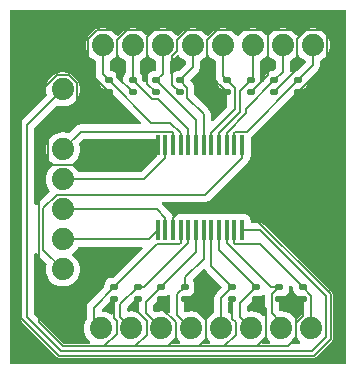
<source format=gbr>
%TF.GenerationSoftware,KiCad,Pcbnew,8.0.1*%
%TF.CreationDate,2024-07-31T22:53:36-04:00*%
%TF.ProjectId,Sensor_manager_V1_glove,53656e73-6f72-45f6-9d61-6e616765725f,rev?*%
%TF.SameCoordinates,Original*%
%TF.FileFunction,Copper,L1,Top*%
%TF.FilePolarity,Positive*%
%FSLAX46Y46*%
G04 Gerber Fmt 4.6, Leading zero omitted, Abs format (unit mm)*
G04 Created by KiCad (PCBNEW 8.0.1) date 2024-07-31 22:53:36*
%MOMM*%
%LPD*%
G01*
G04 APERTURE LIST*
G04 Aperture macros list*
%AMRoundRect*
0 Rectangle with rounded corners*
0 $1 Rounding radius*
0 $2 $3 $4 $5 $6 $7 $8 $9 X,Y pos of 4 corners*
0 Add a 4 corners polygon primitive as box body*
4,1,4,$2,$3,$4,$5,$6,$7,$8,$9,$2,$3,0*
0 Add four circle primitives for the rounded corners*
1,1,$1+$1,$2,$3*
1,1,$1+$1,$4,$5*
1,1,$1+$1,$6,$7*
1,1,$1+$1,$8,$9*
0 Add four rect primitives between the rounded corners*
20,1,$1+$1,$2,$3,$4,$5,0*
20,1,$1+$1,$4,$5,$6,$7,0*
20,1,$1+$1,$6,$7,$8,$9,0*
20,1,$1+$1,$8,$9,$2,$3,0*%
G04 Aperture macros list end*
%TA.AperFunction,SMDPad,CuDef*%
%ADD10R,0.450000X1.750000*%
%TD*%
%TA.AperFunction,SMDPad,CuDef*%
%ADD11RoundRect,0.135000X-0.185000X0.135000X-0.185000X-0.135000X0.185000X-0.135000X0.185000X0.135000X0*%
%TD*%
%TA.AperFunction,SMDPad,CuDef*%
%ADD12RoundRect,0.135000X0.185000X-0.135000X0.185000X0.135000X-0.185000X0.135000X-0.185000X-0.135000X0*%
%TD*%
%TA.AperFunction,ComponentPad*%
%ADD13C,1.879600*%
%TD*%
%TA.AperFunction,Conductor*%
%ADD14C,0.200000*%
%TD*%
G04 APERTURE END LIST*
D10*
%TO.P,U1,1,COM*%
%TO.N,/OUT*%
X88670000Y-51000000D03*
%TO.P,U1,2,I7*%
%TO.N,/IN7*%
X88020000Y-51000000D03*
%TO.P,U1,3,I6*%
%TO.N,/IN6*%
X87370000Y-51000000D03*
%TO.P,U1,4,I5*%
%TO.N,/IN5*%
X86720000Y-51000000D03*
%TO.P,U1,5,I4*%
%TO.N,/IN4*%
X86070000Y-51000000D03*
%TO.P,U1,6,I3*%
%TO.N,/IN3*%
X85420000Y-51000000D03*
%TO.P,U1,7,I2*%
%TO.N,/IN2*%
X84770000Y-51000000D03*
%TO.P,U1,8,I1*%
%TO.N,/IN1*%
X84120000Y-51000000D03*
%TO.P,U1,9,I0*%
%TO.N,/IN0*%
X83470000Y-51000000D03*
%TO.P,U1,10,S0*%
%TO.N,/S1*%
X82820000Y-51000000D03*
%TO.P,U1,11,S1*%
%TO.N,/S2*%
X82170000Y-51000000D03*
%TO.P,U1,12,GND*%
%TO.N,/GND*%
X81520000Y-51000000D03*
%TO.P,U1,13,S3*%
%TO.N,/S4*%
X81520000Y-58200000D03*
%TO.P,U1,14,S2*%
%TO.N,/S3*%
X82170000Y-58200000D03*
%TO.P,U1,15,~{E}*%
%TO.N,/GND*%
X82820000Y-58200000D03*
%TO.P,U1,16,I15*%
%TO.N,/IN15*%
X83470000Y-58200000D03*
%TO.P,U1,17,I14*%
%TO.N,/IN14*%
X84120000Y-58200000D03*
%TO.P,U1,18,I13*%
%TO.N,/IN13*%
X84770000Y-58200000D03*
%TO.P,U1,19,I12*%
%TO.N,/IN12*%
X85420000Y-58200000D03*
%TO.P,U1,20,I11*%
%TO.N,/IN11*%
X86070000Y-58200000D03*
%TO.P,U1,21,I10*%
%TO.N,/IN10*%
X86720000Y-58200000D03*
%TO.P,U1,22,I9*%
%TO.N,/IN9*%
X87370000Y-58200000D03*
%TO.P,U1,23,I8*%
%TO.N,/IN8*%
X88020000Y-58200000D03*
%TO.P,U1,24,VCC*%
%TO.N,/VCC*%
X88670000Y-58200000D03*
%TD*%
D11*
%TO.P,R16,2*%
%TO.N,/GND*%
X77850000Y-64010000D03*
%TO.P,R16,1*%
%TO.N,/IN15*%
X77850000Y-62990000D03*
%TD*%
%TO.P,R15,2*%
%TO.N,/GND*%
X79840000Y-64010000D03*
%TO.P,R15,1*%
%TO.N,/IN14*%
X79840000Y-62990000D03*
%TD*%
%TO.P,R14,2*%
%TO.N,/GND*%
X81830000Y-64010000D03*
%TO.P,R14,1*%
%TO.N,/IN13*%
X81830000Y-62990000D03*
%TD*%
%TO.P,R13,2*%
%TO.N,/GND*%
X83820000Y-64010000D03*
%TO.P,R13,1*%
%TO.N,/IN12*%
X83820000Y-62990000D03*
%TD*%
%TO.P,R12,2*%
%TO.N,/GND*%
X87860000Y-64020000D03*
%TO.P,R12,1*%
%TO.N,/IN11*%
X87860000Y-63000000D03*
%TD*%
%TO.P,R11,2*%
%TO.N,/GND*%
X89850000Y-64020000D03*
%TO.P,R11,1*%
%TO.N,/IN10*%
X89850000Y-63000000D03*
%TD*%
%TO.P,R10,2*%
%TO.N,/GND*%
X91840000Y-64020000D03*
%TO.P,R10,1*%
%TO.N,/IN9*%
X91840000Y-63000000D03*
%TD*%
%TO.P,R9,2*%
%TO.N,/GND*%
X93830000Y-64020000D03*
%TO.P,R9,1*%
%TO.N,/IN8*%
X93830000Y-63000000D03*
%TD*%
D12*
%TO.P,R8,1*%
%TO.N,/GND*%
X93390000Y-46520000D03*
%TO.P,R8,2*%
%TO.N,/IN7*%
X93390000Y-45500000D03*
%TD*%
%TO.P,R7,1*%
%TO.N,/GND*%
X91400000Y-46520000D03*
%TO.P,R7,2*%
%TO.N,/IN6*%
X91400000Y-45500000D03*
%TD*%
%TO.P,R6,1*%
%TO.N,/GND*%
X89410000Y-46520000D03*
%TO.P,R6,2*%
%TO.N,/IN5*%
X89410000Y-45500000D03*
%TD*%
%TO.P,R5,1*%
%TO.N,/GND*%
X87420000Y-46520000D03*
%TO.P,R5,2*%
%TO.N,/IN4*%
X87420000Y-45500000D03*
%TD*%
%TO.P,R4,2*%
%TO.N,/IN3*%
X83400000Y-45500000D03*
%TO.P,R4,1*%
%TO.N,/GND*%
X83400000Y-46520000D03*
%TD*%
%TO.P,R3,2*%
%TO.N,/IN2*%
X81410000Y-45500000D03*
%TO.P,R3,1*%
%TO.N,/GND*%
X81410000Y-46520000D03*
%TD*%
%TO.P,R2,2*%
%TO.N,/IN1*%
X79420000Y-45500000D03*
%TO.P,R2,1*%
%TO.N,/GND*%
X79420000Y-46520000D03*
%TD*%
%TO.P,R1,2*%
%TO.N,/IN0*%
X77430000Y-45500000D03*
%TO.P,R1,1*%
%TO.N,/GND*%
X77430000Y-46520000D03*
%TD*%
D13*
%TO.P,J3,7,Pin_7*%
%TO.N,/VCC*%
X73500000Y-46260000D03*
%TO.P,J3,6,Pin_6*%
%TO.N,/GND*%
X73500000Y-48800000D03*
%TO.P,J3,5,Pin_5*%
%TO.N,/S1*%
X73500000Y-51340000D03*
%TO.P,J3,4,Pin_4*%
%TO.N,/S2*%
X73500000Y-53880000D03*
%TO.P,J3,3,Pin_3*%
%TO.N,/S3*%
X73500000Y-56420000D03*
%TO.P,J3,2,Pin_2*%
%TO.N,/S4*%
X73500000Y-58960000D03*
%TO.P,J3,1,Pin_1*%
%TO.N,/OUT*%
X73500000Y-61500000D03*
%TD*%
%TO.P,J2,8,Pin_8*%
%TO.N,/IN15*%
X76760000Y-66500000D03*
%TO.P,J2,7,Pin_7*%
%TO.N,/IN14*%
X79300000Y-66500000D03*
%TO.P,J2,6,Pin_6*%
%TO.N,/IN13*%
X81840000Y-66500000D03*
%TO.P,J2,5,Pin_5*%
%TO.N,/IN12*%
X84380000Y-66500000D03*
%TO.P,J2,4,Pin_4*%
%TO.N,/IN11*%
X86920000Y-66500000D03*
%TO.P,J2,3,Pin_3*%
%TO.N,/IN10*%
X89460000Y-66500000D03*
%TO.P,J2,2,Pin_2*%
%TO.N,/IN9*%
X92000000Y-66500000D03*
%TO.P,J2,1,Pin_1*%
%TO.N,/IN8*%
X94540000Y-66500000D03*
%TD*%
%TO.P,J1,8,Pin_8*%
%TO.N,/IN7*%
X94660000Y-42510000D03*
%TO.P,J1,7,Pin_7*%
%TO.N,/IN6*%
X92120000Y-42510000D03*
%TO.P,J1,6,Pin_6*%
%TO.N,/IN5*%
X89580000Y-42510000D03*
%TO.P,J1,5,Pin_5*%
%TO.N,/IN4*%
X87040000Y-42510000D03*
%TO.P,J1,4,Pin_4*%
%TO.N,/IN3*%
X84500000Y-42510000D03*
%TO.P,J1,3,Pin_3*%
%TO.N,/IN2*%
X81960000Y-42510000D03*
%TO.P,J1,2,Pin_2*%
%TO.N,/IN1*%
X79420000Y-42510000D03*
%TO.P,J1,1,Pin_1*%
%TO.N,/IN0*%
X76880000Y-42510000D03*
%TD*%
D14*
%TO.N,/GND*%
X72380200Y-52640200D02*
X79879800Y-52640200D01*
X72260200Y-52520200D02*
X72380200Y-52640200D01*
X79879800Y-52640200D02*
X81520000Y-51000000D01*
X72260200Y-50039800D02*
X72260200Y-52520200D01*
X73500000Y-48800000D02*
X72260200Y-50039800D01*
%TO.N,/S1*%
X82820000Y-49925000D02*
X82820000Y-51000000D01*
X82720000Y-49825000D02*
X82820000Y-49925000D01*
X75015000Y-49825000D02*
X82720000Y-49825000D01*
X73500000Y-51340000D02*
X75015000Y-49825000D01*
%TO.N,/S2*%
X82170000Y-52075000D02*
X82170000Y-51000000D01*
X73500000Y-53880000D02*
X80365000Y-53880000D01*
X80365000Y-53880000D02*
X82170000Y-52075000D01*
%TO.N,/OUT*%
X88670000Y-52075000D02*
X88670000Y-51000000D01*
X85564800Y-55180200D02*
X88670000Y-52075000D01*
X71860200Y-56306458D02*
X72986458Y-55180200D01*
X71860200Y-59860200D02*
X71860200Y-56306458D01*
X72986458Y-55180200D02*
X85564800Y-55180200D01*
%TO.N,/GND*%
X94980000Y-46520000D02*
X93390000Y-46520000D01*
X96900000Y-40900000D02*
X96900000Y-44600000D01*
X76035088Y-40470200D02*
X96470200Y-40470200D01*
X74013542Y-42491746D02*
X76035088Y-40470200D01*
X74013542Y-45020200D02*
X74013542Y-42491746D01*
X96470200Y-40470200D02*
X96900000Y-40900000D01*
X96900000Y-44600000D02*
X94980000Y-46520000D01*
X74739800Y-45746458D02*
X74013542Y-45020200D01*
X74739800Y-47560200D02*
X74739800Y-45746458D01*
X73500000Y-48800000D02*
X74739800Y-47560200D01*
X70000000Y-48006658D02*
X72986458Y-45020200D01*
X72986458Y-45020200D02*
X74013542Y-45020200D01*
X70000000Y-65631372D02*
X70000000Y-48006658D01*
X96179800Y-63614115D02*
X96179800Y-67385886D01*
X94765685Y-68800000D02*
X73168628Y-68800000D01*
X73168628Y-68800000D02*
X70000000Y-65631372D01*
X96179800Y-67385886D02*
X94765685Y-68800000D01*
X89165686Y-56600000D02*
X96179800Y-63614115D01*
X83345000Y-56600000D02*
X89165686Y-56600000D01*
X82820000Y-57125000D02*
X83345000Y-56600000D01*
X82820000Y-58200000D02*
X82820000Y-57125000D01*
X73500000Y-48800000D02*
X71460200Y-50839800D01*
X71460200Y-50839800D02*
X71460200Y-65960200D01*
X71460200Y-65960200D02*
X73500000Y-68000000D01*
X73500000Y-68000000D02*
X77013342Y-68000000D01*
%TO.N,/OUT*%
X73500000Y-61500000D02*
X71860200Y-59860200D01*
%TO.N,/VCC*%
X95779800Y-63779800D02*
X90200000Y-58200000D01*
X90200000Y-58200000D02*
X88670000Y-58200000D01*
X73334314Y-68400000D02*
X94600000Y-68400000D01*
X70500000Y-65565686D02*
X73334314Y-68400000D01*
X70500000Y-49260000D02*
X70500000Y-65565686D01*
X94600000Y-68400000D02*
X95779800Y-67220200D01*
X95779800Y-67220200D02*
X95779800Y-63779800D01*
X73500000Y-46260000D02*
X70500000Y-49260000D01*
%TO.N,/S4*%
X80760000Y-58960000D02*
X81520000Y-58200000D01*
X73500000Y-58960000D02*
X80760000Y-58960000D01*
%TO.N,/S3*%
X81465000Y-56420000D02*
X82170000Y-57125000D01*
X73500000Y-56420000D02*
X81465000Y-56420000D01*
X82170000Y-57125000D02*
X82170000Y-58200000D01*
%TO.N,/IN13*%
X84770000Y-60050000D02*
X84770000Y-58200000D01*
X81830000Y-62990000D02*
X84770000Y-60050000D01*
%TO.N,/GND*%
X81520000Y-51000000D02*
X81520000Y-50610000D01*
%TO.N,/IN15*%
X76106658Y-65846658D02*
X76760000Y-66500000D01*
X76106658Y-64733342D02*
X76106658Y-65846658D01*
X77850000Y-62990000D02*
X76106658Y-64733342D01*
%TO.N,/GND*%
X93830000Y-65409800D02*
X93239800Y-66000000D01*
X93239800Y-66000000D02*
X93239800Y-67260200D01*
X93830000Y-64020000D02*
X93830000Y-65409800D01*
X93239800Y-65419800D02*
X93239800Y-66000000D01*
X93239800Y-67260200D02*
X92550000Y-67950000D01*
X89950000Y-67950000D02*
X89900000Y-68000000D01*
X91840000Y-64020000D02*
X93239800Y-65419800D01*
X92550000Y-67950000D02*
X89950000Y-67950000D01*
X90699800Y-67200200D02*
X89950000Y-67950000D01*
X89900000Y-68000000D02*
X86500000Y-68000000D01*
X89850000Y-64020000D02*
X90699800Y-64869800D01*
X86500000Y-68000000D02*
X85000000Y-68000000D01*
X87173342Y-68000000D02*
X86500000Y-68000000D01*
X90699800Y-64869800D02*
X90699800Y-67200200D01*
X88159800Y-67013542D02*
X87173342Y-68000000D01*
X88159800Y-65986458D02*
X88159800Y-67013542D01*
X87860000Y-65686658D02*
X88159800Y-65986458D01*
X87860000Y-64020000D02*
X87860000Y-65686658D01*
X85619800Y-67380200D02*
X85000000Y-68000000D01*
X85000000Y-68000000D02*
X82000000Y-68000000D01*
X85619800Y-65809800D02*
X85619800Y-67380200D01*
X83820000Y-64010000D02*
X85619800Y-65809800D01*
X82000000Y-68000000D02*
X79613742Y-68000000D01*
X82400000Y-68000000D02*
X82000000Y-68000000D01*
X83079800Y-65986458D02*
X83079800Y-67320200D01*
X83079800Y-67320200D02*
X82400000Y-68000000D01*
X81830000Y-64736658D02*
X83079800Y-65986458D01*
X81830000Y-64010000D02*
X81830000Y-64736658D01*
X80600200Y-67013542D02*
X80600200Y-65825886D01*
X79613742Y-68000000D02*
X80600200Y-67013542D01*
X80600200Y-65825886D02*
X79840000Y-65065686D01*
X79840000Y-65065686D02*
X79840000Y-64010000D01*
X77013342Y-68000000D02*
X79613742Y-68000000D01*
X77850000Y-65615686D02*
X77850000Y-64010000D01*
X78060200Y-66953142D02*
X78060200Y-65825886D01*
X77013342Y-68000000D02*
X78060200Y-66953142D01*
X78060200Y-65825886D02*
X77850000Y-65615686D01*
%TO.N,/IN9*%
X87370000Y-59275000D02*
X87370000Y-58200000D01*
X91095000Y-63000000D02*
X87370000Y-59275000D01*
X91840000Y-63000000D02*
X91095000Y-63000000D01*
%TO.N,/IN8*%
X88020000Y-59275000D02*
X88020000Y-58200000D01*
X88120000Y-59375000D02*
X88020000Y-59275000D01*
X90205000Y-59375000D02*
X88120000Y-59375000D01*
X93830000Y-63000000D02*
X90205000Y-59375000D01*
X94540000Y-63710000D02*
X93830000Y-63000000D01*
X94540000Y-66500000D02*
X94540000Y-63710000D01*
%TO.N,/IN9*%
X91220000Y-63620000D02*
X91840000Y-63000000D01*
X91220000Y-65220000D02*
X91220000Y-63620000D01*
X92000000Y-66000000D02*
X91220000Y-65220000D01*
X92000000Y-66500000D02*
X92000000Y-66000000D01*
%TO.N,/IN10*%
X86720000Y-59870000D02*
X86720000Y-58200000D01*
X89850000Y-63000000D02*
X86720000Y-59870000D01*
X88520201Y-64329799D02*
X89850000Y-63000000D01*
X89460000Y-66500000D02*
X88520201Y-65560201D01*
X88520201Y-65560201D02*
X88520201Y-64329799D01*
%TO.N,/IN11*%
X87860000Y-63000000D02*
X86070000Y-61210000D01*
X86070000Y-61210000D02*
X86070000Y-58200000D01*
X86920000Y-63940000D02*
X87860000Y-63000000D01*
X86920000Y-66500000D02*
X86920000Y-63940000D01*
%TO.N,/IN12*%
X85420000Y-60580000D02*
X85420000Y-58200000D01*
X83820000Y-62180000D02*
X85420000Y-60580000D01*
X83820000Y-62990000D02*
X83820000Y-62180000D01*
X83200000Y-65320000D02*
X83200000Y-63610000D01*
X83200000Y-63610000D02*
X83820000Y-62990000D01*
X84380000Y-66500000D02*
X83200000Y-65320000D01*
%TO.N,/IN13*%
X80570686Y-64249314D02*
X81830000Y-62990000D01*
X80570686Y-65230686D02*
X80570686Y-64249314D01*
X81840000Y-66500000D02*
X80570686Y-65230686D01*
%TO.N,/IN14*%
X78360201Y-64469799D02*
X79840000Y-62990000D01*
X78360201Y-65560201D02*
X78360201Y-64469799D01*
X79300000Y-66500000D02*
X78360201Y-65560201D01*
X80405000Y-62990000D02*
X84120000Y-59275000D01*
X79840000Y-62990000D02*
X80405000Y-62990000D01*
X84120000Y-59275000D02*
X84120000Y-58200000D01*
%TO.N,/IN15*%
X81465000Y-59375000D02*
X83370000Y-59375000D01*
X77850000Y-62990000D02*
X81465000Y-59375000D01*
X83370000Y-59375000D02*
X83470000Y-59275000D01*
X83470000Y-59275000D02*
X83470000Y-58200000D01*
%TO.N,/GND*%
X76366458Y-41270200D02*
X79500000Y-41270200D01*
X75640200Y-41996458D02*
X76366458Y-41270200D01*
X75640200Y-44730200D02*
X75640200Y-41996458D01*
X77430000Y-46520000D02*
X75640200Y-44730200D01*
X79500000Y-41270200D02*
X81229800Y-41270200D01*
X78906458Y-41270200D02*
X79500000Y-41270200D01*
X78119800Y-42056858D02*
X78906458Y-41270200D01*
X78119800Y-45219800D02*
X78119800Y-42056858D01*
X79420000Y-46520000D02*
X78119800Y-45219800D01*
X80659800Y-41840200D02*
X81229800Y-41270200D01*
X81229800Y-41270200D02*
X84500000Y-41270200D01*
X80659800Y-45769800D02*
X80659800Y-41840200D01*
X81410000Y-46520000D02*
X80659800Y-45769800D01*
X84500000Y-41270200D02*
X86526458Y-41270200D01*
X83986458Y-41270200D02*
X84500000Y-41270200D01*
X83199800Y-43023542D02*
X83199800Y-42056858D01*
X82780000Y-43443342D02*
X83199800Y-43023542D01*
X82780000Y-45900000D02*
X82780000Y-43443342D01*
X83400000Y-46520000D02*
X82780000Y-45900000D01*
X83199800Y-42056858D02*
X83986458Y-41270200D01*
X86526458Y-41270200D02*
X92000000Y-41270200D01*
X85739800Y-44839800D02*
X85739800Y-42056858D01*
X85739800Y-42056858D02*
X86526458Y-41270200D01*
X92000000Y-41270200D02*
X94086058Y-41270200D01*
X91229800Y-41270200D02*
X92000000Y-41270200D01*
X87420000Y-46520000D02*
X85739800Y-44839800D01*
X90880200Y-41619800D02*
X91229800Y-41270200D01*
X90880200Y-45049800D02*
X90880200Y-41619800D01*
X89410000Y-46520000D02*
X90880200Y-45049800D01*
X93359800Y-41996458D02*
X93359800Y-44560200D01*
X94086058Y-41270200D02*
X93359800Y-41996458D01*
X93359800Y-44560200D02*
X91400000Y-46520000D01*
X95899800Y-41499800D02*
X95670200Y-41270200D01*
X95670200Y-41270200D02*
X94086058Y-41270200D01*
X95899800Y-44010200D02*
X95899800Y-41499800D01*
X93390000Y-46520000D02*
X95899800Y-44010200D01*
%TO.N,/IN7*%
X88020000Y-49925000D02*
X88020000Y-51000000D01*
X88120000Y-49825000D02*
X88020000Y-49925000D01*
X89065000Y-49825000D02*
X88120000Y-49825000D01*
X93390000Y-45500000D02*
X89065000Y-49825000D01*
%TO.N,/IN6*%
X89000000Y-48290000D02*
X87370000Y-49920000D01*
X87370000Y-49920000D02*
X87370000Y-51000000D01*
X89000000Y-47900000D02*
X89000000Y-48290000D01*
X91400000Y-45500000D02*
X89000000Y-47900000D01*
%TO.N,/IN5*%
X88500000Y-48145000D02*
X86720000Y-49925000D01*
X89410000Y-45500000D02*
X88500000Y-46410000D01*
X88500000Y-46410000D02*
X88500000Y-48145000D01*
X86720000Y-49925000D02*
X86720000Y-51000000D01*
%TO.N,/IN4*%
X86070000Y-49925000D02*
X86070000Y-51000000D01*
X88040000Y-47955000D02*
X86070000Y-49925000D01*
X88040000Y-46120000D02*
X88040000Y-47955000D01*
X87420000Y-45500000D02*
X88040000Y-46120000D01*
%TO.N,/IN3*%
X84020000Y-46120000D02*
X84020000Y-46980000D01*
X83400000Y-45500000D02*
X84020000Y-46120000D01*
X84020000Y-46980000D02*
X85420000Y-48380000D01*
X85420000Y-48380000D02*
X85420000Y-51000000D01*
%TO.N,/IN2*%
X84770000Y-48860000D02*
X84770000Y-51000000D01*
X81410000Y-45500000D02*
X84770000Y-48860000D01*
%TO.N,/IN1*%
X84120000Y-49620000D02*
X84120000Y-51000000D01*
X81590000Y-47090000D02*
X84120000Y-49620000D01*
X81010000Y-47090000D02*
X81590000Y-47090000D01*
X79420000Y-45500000D02*
X81010000Y-47090000D01*
%TO.N,/IN0*%
X83470000Y-49925000D02*
X83470000Y-51000000D01*
X80995000Y-49065000D02*
X82610000Y-49065000D01*
X77430000Y-45500000D02*
X80995000Y-49065000D01*
X82610000Y-49065000D02*
X83470000Y-49925000D01*
%TO.N,/IN7*%
X94660000Y-44230000D02*
X93390000Y-45500000D01*
X94660000Y-42510000D02*
X94660000Y-44230000D01*
%TO.N,/IN6*%
X92120000Y-44780000D02*
X91400000Y-45500000D01*
X92120000Y-42510000D02*
X92120000Y-44780000D01*
%TO.N,/IN5*%
X89580000Y-45330000D02*
X89410000Y-45500000D01*
X89580000Y-42510000D02*
X89580000Y-45330000D01*
%TO.N,/IN4*%
X87040000Y-45120000D02*
X87420000Y-45500000D01*
X87040000Y-42510000D02*
X87040000Y-45120000D01*
%TO.N,/IN3*%
X84500000Y-44400000D02*
X83400000Y-45500000D01*
X84500000Y-42510000D02*
X84500000Y-44400000D01*
%TO.N,/IN2*%
X81960000Y-44950000D02*
X81410000Y-45500000D01*
X81960000Y-42510000D02*
X81960000Y-44950000D01*
%TO.N,/IN1*%
X79420000Y-42510000D02*
X79420000Y-45500000D01*
%TO.N,/IN0*%
X76880000Y-44950000D02*
X77430000Y-45500000D01*
X76880000Y-42510000D02*
X76880000Y-44950000D01*
%TD*%
%TA.AperFunction,Conductor*%
%TO.N,/GND*%
G36*
X80197942Y-59580185D02*
G01*
X80243697Y-59632989D01*
X80253641Y-59702147D01*
X80224616Y-59765703D01*
X80218584Y-59772181D01*
X77807582Y-62183181D01*
X77746259Y-62216666D01*
X77719902Y-62219500D01*
X77600831Y-62219500D01*
X77600807Y-62219501D01*
X77564794Y-62222335D01*
X77410611Y-62267129D01*
X77410606Y-62267131D01*
X77272404Y-62348863D01*
X77272396Y-62348869D01*
X77158869Y-62462396D01*
X77158863Y-62462404D01*
X77077131Y-62600606D01*
X77077129Y-62600611D01*
X77032335Y-62754791D01*
X77032334Y-62754797D01*
X77029500Y-62790811D01*
X77029500Y-62909902D01*
X77009815Y-62976941D01*
X76993181Y-62997583D01*
X75626139Y-64364624D01*
X75626137Y-64364627D01*
X75576019Y-64451436D01*
X75576017Y-64451438D01*
X75547083Y-64501551D01*
X75547082Y-64501552D01*
X75534407Y-64548856D01*
X75506157Y-64654285D01*
X75506157Y-64654287D01*
X75506157Y-64822388D01*
X75506158Y-64822401D01*
X75506158Y-65748950D01*
X75491214Y-65807966D01*
X75488951Y-65812147D01*
X75393070Y-66030732D01*
X75334475Y-66262118D01*
X75334473Y-66262130D01*
X75314764Y-66499994D01*
X75314764Y-66500005D01*
X75334473Y-66737869D01*
X75334475Y-66737881D01*
X75393070Y-66969267D01*
X75488951Y-67187852D01*
X75488953Y-67187856D01*
X75619506Y-67387682D01*
X75781168Y-67563295D01*
X75781171Y-67563297D01*
X75781172Y-67563299D01*
X75799606Y-67577646D01*
X75840420Y-67634356D01*
X75844095Y-67704129D01*
X75809464Y-67764812D01*
X75747523Y-67797140D01*
X75723445Y-67799500D01*
X73634411Y-67799500D01*
X73567372Y-67779815D01*
X73546730Y-67763181D01*
X71136819Y-65353270D01*
X71103334Y-65291947D01*
X71100500Y-65265589D01*
X71100500Y-60208134D01*
X71120185Y-60141095D01*
X71172989Y-60095340D01*
X71242147Y-60085396D01*
X71305703Y-60114421D01*
X71331884Y-60146130D01*
X71366570Y-60206208D01*
X71379679Y-60228915D01*
X71498549Y-60347785D01*
X71498555Y-60347790D01*
X72093035Y-60942270D01*
X72126520Y-61003593D01*
X72125560Y-61060391D01*
X72074475Y-61262118D01*
X72074473Y-61262130D01*
X72054764Y-61499994D01*
X72054764Y-61500005D01*
X72074473Y-61737869D01*
X72074475Y-61737881D01*
X72133070Y-61969267D01*
X72211836Y-62148834D01*
X72228953Y-62187856D01*
X72359506Y-62387682D01*
X72521168Y-62563295D01*
X72709531Y-62709903D01*
X72919455Y-62823509D01*
X73145216Y-62901012D01*
X73380653Y-62940300D01*
X73380654Y-62940300D01*
X73619346Y-62940300D01*
X73619347Y-62940300D01*
X73854784Y-62901012D01*
X74080545Y-62823509D01*
X74290469Y-62709903D01*
X74478832Y-62563295D01*
X74640494Y-62387682D01*
X74771047Y-62187856D01*
X74866929Y-61969267D01*
X74925525Y-61737878D01*
X74925526Y-61737869D01*
X74945236Y-61500005D01*
X74945236Y-61499994D01*
X74925526Y-61262130D01*
X74925524Y-61262118D01*
X74866929Y-61030732D01*
X74771048Y-60812147D01*
X74771047Y-60812144D01*
X74640494Y-60612318D01*
X74478832Y-60436705D01*
X74338978Y-60327853D01*
X74298166Y-60271143D01*
X74294491Y-60201370D01*
X74329122Y-60140687D01*
X74338979Y-60132146D01*
X74358250Y-60117147D01*
X74478832Y-60023295D01*
X74640494Y-59847682D01*
X74771047Y-59647856D01*
X74776821Y-59634691D01*
X74821776Y-59581205D01*
X74888512Y-59560514D01*
X74890378Y-59560500D01*
X80130903Y-59560500D01*
X80197942Y-59580185D01*
G37*
%TD.AperFunction*%
%TA.AperFunction,Conductor*%
G36*
X83191904Y-67323071D02*
G01*
X83213809Y-67348350D01*
X83239506Y-67387682D01*
X83401168Y-67563295D01*
X83401171Y-67563297D01*
X83401172Y-67563299D01*
X83419606Y-67577646D01*
X83460420Y-67634356D01*
X83464095Y-67704129D01*
X83429464Y-67764812D01*
X83367523Y-67797140D01*
X83343445Y-67799500D01*
X82876555Y-67799500D01*
X82809516Y-67779815D01*
X82763761Y-67727011D01*
X82753817Y-67657853D01*
X82782842Y-67594297D01*
X82800394Y-67577646D01*
X82818827Y-67563299D01*
X82818827Y-67563298D01*
X82818832Y-67563295D01*
X82980494Y-67387682D01*
X83006191Y-67348350D01*
X83059337Y-67302993D01*
X83128568Y-67293569D01*
X83191904Y-67323071D01*
G37*
%TD.AperFunction*%
%TA.AperFunction,Conductor*%
G36*
X85731904Y-67323071D02*
G01*
X85753809Y-67348350D01*
X85779506Y-67387682D01*
X85941168Y-67563295D01*
X85941171Y-67563297D01*
X85941172Y-67563299D01*
X85959606Y-67577646D01*
X86000420Y-67634356D01*
X86004095Y-67704129D01*
X85969464Y-67764812D01*
X85907523Y-67797140D01*
X85883445Y-67799500D01*
X85416555Y-67799500D01*
X85349516Y-67779815D01*
X85303761Y-67727011D01*
X85293817Y-67657853D01*
X85322842Y-67594297D01*
X85340394Y-67577646D01*
X85358827Y-67563299D01*
X85358827Y-67563298D01*
X85358832Y-67563295D01*
X85520494Y-67387682D01*
X85546191Y-67348350D01*
X85599337Y-67302993D01*
X85668568Y-67293569D01*
X85731904Y-67323071D01*
G37*
%TD.AperFunction*%
%TA.AperFunction,Conductor*%
G36*
X90811904Y-67323071D02*
G01*
X90833809Y-67348350D01*
X90859506Y-67387682D01*
X91021168Y-67563295D01*
X91021171Y-67563297D01*
X91021172Y-67563299D01*
X91039606Y-67577646D01*
X91080420Y-67634356D01*
X91084095Y-67704129D01*
X91049464Y-67764812D01*
X90987523Y-67797140D01*
X90963445Y-67799500D01*
X90496555Y-67799500D01*
X90429516Y-67779815D01*
X90383761Y-67727011D01*
X90373817Y-67657853D01*
X90402842Y-67594297D01*
X90420394Y-67577646D01*
X90438827Y-67563299D01*
X90438827Y-67563298D01*
X90438832Y-67563295D01*
X90600494Y-67387682D01*
X90626191Y-67348350D01*
X90679337Y-67302993D01*
X90748568Y-67293569D01*
X90811904Y-67323071D01*
G37*
%TD.AperFunction*%
%TA.AperFunction,Conductor*%
G36*
X93351904Y-67323071D02*
G01*
X93373809Y-67348350D01*
X93399506Y-67387682D01*
X93561168Y-67563295D01*
X93561171Y-67563297D01*
X93561172Y-67563299D01*
X93579606Y-67577646D01*
X93620420Y-67634356D01*
X93624095Y-67704129D01*
X93589464Y-67764812D01*
X93527523Y-67797140D01*
X93503445Y-67799500D01*
X93036555Y-67799500D01*
X92969516Y-67779815D01*
X92923761Y-67727011D01*
X92913817Y-67657853D01*
X92942842Y-67594297D01*
X92960394Y-67577646D01*
X92978827Y-67563299D01*
X92978827Y-67563298D01*
X92978832Y-67563295D01*
X93140494Y-67387682D01*
X93166191Y-67348350D01*
X93219337Y-67302993D01*
X93288568Y-67293569D01*
X93351904Y-67323071D01*
G37*
%TD.AperFunction*%
%TA.AperFunction,Conductor*%
G36*
X85489479Y-61462269D02*
G01*
X85545412Y-61504141D01*
X85553533Y-61516452D01*
X85589479Y-61578715D01*
X85708349Y-61697585D01*
X85708355Y-61697590D01*
X86923083Y-62912318D01*
X86956568Y-62973641D01*
X86951584Y-63043333D01*
X86923083Y-63087680D01*
X86551286Y-63459478D01*
X86439481Y-63571282D01*
X86439479Y-63571285D01*
X86389361Y-63658094D01*
X86389359Y-63658096D01*
X86360425Y-63708209D01*
X86360424Y-63708210D01*
X86353235Y-63735039D01*
X86319499Y-63860943D01*
X86319499Y-63860945D01*
X86319499Y-64029046D01*
X86319500Y-64029059D01*
X86319500Y-65113401D01*
X86299815Y-65180440D01*
X86254519Y-65222455D01*
X86129533Y-65290095D01*
X86129530Y-65290097D01*
X85941169Y-65436704D01*
X85779508Y-65612315D01*
X85753808Y-65651652D01*
X85700661Y-65697008D01*
X85631430Y-65706431D01*
X85568094Y-65676928D01*
X85546192Y-65651652D01*
X85541676Y-65644740D01*
X85520494Y-65612318D01*
X85358832Y-65436705D01*
X85170469Y-65290097D01*
X85050185Y-65225002D01*
X84960546Y-65176491D01*
X84960541Y-65176489D01*
X84734786Y-65098988D01*
X84568651Y-65071265D01*
X84499347Y-65059700D01*
X84260653Y-65059700D01*
X84237132Y-65063625D01*
X84025214Y-65098987D01*
X83964761Y-65119741D01*
X83894963Y-65122890D01*
X83834542Y-65087803D01*
X83802682Y-65025620D01*
X83800500Y-65002459D01*
X83800500Y-63910097D01*
X83820185Y-63843058D01*
X83836819Y-63822416D01*
X83862417Y-63796818D01*
X83923740Y-63763333D01*
X83950098Y-63760499D01*
X84069168Y-63760499D01*
X84069180Y-63760499D01*
X84105204Y-63757665D01*
X84259393Y-63712869D01*
X84397598Y-63631135D01*
X84511135Y-63517598D01*
X84592869Y-63379393D01*
X84634759Y-63235208D01*
X84637664Y-63225208D01*
X84637665Y-63225202D01*
X84640499Y-63189188D01*
X84640500Y-63189181D01*
X84640499Y-62790820D01*
X84637665Y-62754796D01*
X84592869Y-62600607D01*
X84513903Y-62467082D01*
X84496720Y-62399358D01*
X84518880Y-62333095D01*
X84532948Y-62316286D01*
X85358466Y-61490768D01*
X85419787Y-61457285D01*
X85489479Y-61462269D01*
G37*
%TD.AperFunction*%
%TA.AperFunction,Conductor*%
G36*
X92865701Y-62885383D02*
G01*
X92872180Y-62891415D01*
X92973181Y-62992416D01*
X93006666Y-63053739D01*
X93009500Y-63080096D01*
X93009500Y-63199168D01*
X93009501Y-63199192D01*
X93012335Y-63235205D01*
X93057129Y-63389388D01*
X93057131Y-63389393D01*
X93138863Y-63527595D01*
X93138869Y-63527603D01*
X93252396Y-63641130D01*
X93252400Y-63641133D01*
X93252402Y-63641135D01*
X93390607Y-63722869D01*
X93420907Y-63731672D01*
X93544791Y-63767664D01*
X93544794Y-63767664D01*
X93544796Y-63767665D01*
X93580819Y-63770500D01*
X93699902Y-63770499D01*
X93766941Y-63790183D01*
X93787583Y-63806818D01*
X93903181Y-63922416D01*
X93936666Y-63983739D01*
X93939500Y-64010097D01*
X93939500Y-65113401D01*
X93919815Y-65180440D01*
X93874519Y-65222455D01*
X93749533Y-65290095D01*
X93749530Y-65290097D01*
X93561169Y-65436704D01*
X93399508Y-65612315D01*
X93373808Y-65651652D01*
X93320661Y-65697008D01*
X93251430Y-65706431D01*
X93188094Y-65676928D01*
X93166192Y-65651652D01*
X93161676Y-65644740D01*
X93140494Y-65612318D01*
X92978832Y-65436705D01*
X92790469Y-65290097D01*
X92670185Y-65225002D01*
X92580546Y-65176491D01*
X92580541Y-65176489D01*
X92354786Y-65098988D01*
X92188651Y-65071265D01*
X92119347Y-65059700D01*
X92119346Y-65059700D01*
X91960298Y-65059700D01*
X91893259Y-65040015D01*
X91872614Y-65023378D01*
X91856816Y-65007579D01*
X91823333Y-64946255D01*
X91820500Y-64919901D01*
X91820500Y-63920097D01*
X91840185Y-63853058D01*
X91856819Y-63832416D01*
X91882417Y-63806818D01*
X91943740Y-63773333D01*
X91970098Y-63770499D01*
X92089168Y-63770499D01*
X92089180Y-63770499D01*
X92125204Y-63767665D01*
X92279393Y-63722869D01*
X92417598Y-63641135D01*
X92531135Y-63527598D01*
X92612869Y-63389393D01*
X92657665Y-63235204D01*
X92660500Y-63199181D01*
X92660499Y-62979095D01*
X92680183Y-62912057D01*
X92732987Y-62866302D01*
X92802145Y-62856358D01*
X92865701Y-62885383D01*
G37*
%TD.AperFunction*%
%TA.AperFunction,Conductor*%
G36*
X90566365Y-63643284D02*
G01*
X90610129Y-63697750D01*
X90619500Y-63745039D01*
X90619500Y-65133330D01*
X90619499Y-65133348D01*
X90619499Y-65299054D01*
X90620560Y-65307112D01*
X90617756Y-65307481D01*
X90616420Y-65363621D01*
X90577257Y-65421483D01*
X90513028Y-65448987D01*
X90444126Y-65437400D01*
X90422146Y-65423718D01*
X90250469Y-65290097D01*
X90130185Y-65225002D01*
X90040546Y-65176491D01*
X90040541Y-65176489D01*
X89814786Y-65098988D01*
X89648651Y-65071265D01*
X89579347Y-65059700D01*
X89340653Y-65059700D01*
X89340652Y-65059700D01*
X89265109Y-65072305D01*
X89195744Y-65063922D01*
X89141923Y-65019369D01*
X89120732Y-64952790D01*
X89120701Y-64949996D01*
X89120701Y-64629896D01*
X89140386Y-64562857D01*
X89157020Y-64542215D01*
X89892417Y-63806818D01*
X89953740Y-63773333D01*
X89980098Y-63770499D01*
X90099168Y-63770499D01*
X90099180Y-63770499D01*
X90135204Y-63767665D01*
X90289393Y-63722869D01*
X90427598Y-63641135D01*
X90427599Y-63641133D01*
X90432379Y-63638307D01*
X90500103Y-63621124D01*
X90566365Y-63643284D01*
G37*
%TD.AperFunction*%
%TA.AperFunction,Conductor*%
G36*
X77742927Y-64048819D02*
G01*
X77798861Y-64090691D01*
X77823278Y-64156155D01*
X77808426Y-64224428D01*
X77806983Y-64226998D01*
X77800625Y-64238010D01*
X77800624Y-64238011D01*
X77776413Y-64328371D01*
X77759700Y-64390742D01*
X77759700Y-64390744D01*
X77759700Y-64558845D01*
X77759701Y-64558858D01*
X77759701Y-65199302D01*
X77740016Y-65266341D01*
X77687212Y-65312096D01*
X77618054Y-65322040D01*
X77559540Y-65297157D01*
X77550470Y-65290097D01*
X77340546Y-65176491D01*
X77340541Y-65176489D01*
X77114786Y-65098988D01*
X76902870Y-65063625D01*
X76839985Y-65033174D01*
X76803545Y-64973559D01*
X76805121Y-64903707D01*
X76835597Y-64853637D01*
X77611915Y-64077318D01*
X77673236Y-64043835D01*
X77742927Y-64048819D01*
G37*
%TD.AperFunction*%
%TA.AperFunction,Conductor*%
G36*
X87902926Y-63908821D02*
G01*
X87958860Y-63950692D01*
X87983277Y-64016157D01*
X87968425Y-64084430D01*
X87966982Y-64087000D01*
X87960625Y-64098010D01*
X87960624Y-64098011D01*
X87945045Y-64156155D01*
X87919700Y-64250742D01*
X87919700Y-64250744D01*
X87919700Y-64418845D01*
X87919701Y-64418858D01*
X87919701Y-65199302D01*
X87900016Y-65266341D01*
X87847212Y-65312096D01*
X87778054Y-65322040D01*
X87719540Y-65297157D01*
X87710469Y-65290097D01*
X87710466Y-65290095D01*
X87585481Y-65222455D01*
X87535891Y-65173235D01*
X87520500Y-65113401D01*
X87520500Y-64240097D01*
X87540185Y-64173058D01*
X87556819Y-64152416D01*
X87660416Y-64048819D01*
X87771914Y-63937320D01*
X87833235Y-63903837D01*
X87902926Y-63908821D01*
G37*
%TD.AperFunction*%
%TA.AperFunction,Conductor*%
G36*
X82546365Y-63633284D02*
G01*
X82590129Y-63687750D01*
X82599500Y-63735039D01*
X82599500Y-65065237D01*
X82579815Y-65132276D01*
X82527011Y-65178031D01*
X82457853Y-65187975D01*
X82425764Y-65177375D01*
X82425248Y-65178554D01*
X82420541Y-65176489D01*
X82194786Y-65098988D01*
X82028651Y-65071265D01*
X81959347Y-65059700D01*
X81720653Y-65059700D01*
X81697132Y-65063625D01*
X81485214Y-65098987D01*
X81411775Y-65124199D01*
X81341977Y-65127348D01*
X81283833Y-65094598D01*
X81207505Y-65018270D01*
X81174020Y-64956947D01*
X81171186Y-64930589D01*
X81171186Y-64549410D01*
X81190871Y-64482371D01*
X81207501Y-64461733D01*
X81872416Y-63796817D01*
X81933739Y-63763333D01*
X81960097Y-63760499D01*
X82079168Y-63760499D01*
X82079180Y-63760499D01*
X82115204Y-63757665D01*
X82269393Y-63712869D01*
X82407598Y-63631135D01*
X82407599Y-63631133D01*
X82412379Y-63628307D01*
X82480103Y-63611124D01*
X82546365Y-63633284D01*
G37*
%TD.AperFunction*%
%TA.AperFunction,Conductor*%
G36*
X79953412Y-63828334D02*
G01*
X80009346Y-63870206D01*
X80033763Y-63935670D01*
X80018911Y-64003943D01*
X80017468Y-64006513D01*
X80011110Y-64017525D01*
X80011109Y-64017529D01*
X79970185Y-64170257D01*
X79970185Y-64170259D01*
X79970185Y-64338360D01*
X79970186Y-64338373D01*
X79970186Y-65033592D01*
X79950501Y-65100631D01*
X79897697Y-65146386D01*
X79828539Y-65156330D01*
X79805924Y-65150873D01*
X79654788Y-65098988D01*
X79452528Y-65065237D01*
X79419347Y-65059700D01*
X79180653Y-65059700D01*
X79180652Y-65059700D01*
X79105109Y-65072305D01*
X79035744Y-65063922D01*
X78981923Y-65019369D01*
X78960732Y-64952790D01*
X78960701Y-64949996D01*
X78960701Y-64769895D01*
X78980386Y-64702856D01*
X78997016Y-64682218D01*
X79822400Y-63856833D01*
X79883721Y-63823350D01*
X79953412Y-63828334D01*
G37*
%TD.AperFunction*%
%TA.AperFunction,Conductor*%
G36*
X81387539Y-50445185D02*
G01*
X81433294Y-50497989D01*
X81444500Y-50549500D01*
X81444500Y-51899901D01*
X81424815Y-51966940D01*
X81408181Y-51987582D01*
X80152584Y-53243181D01*
X80091261Y-53276666D01*
X80064903Y-53279500D01*
X74890378Y-53279500D01*
X74823339Y-53259815D01*
X74777584Y-53207011D01*
X74776821Y-53205308D01*
X74771048Y-53192146D01*
X74640493Y-52992317D01*
X74478832Y-52816705D01*
X74338978Y-52707853D01*
X74298166Y-52651143D01*
X74294491Y-52581370D01*
X74329122Y-52520687D01*
X74338979Y-52512146D01*
X74478832Y-52403295D01*
X74640494Y-52227682D01*
X74771047Y-52027856D01*
X74866929Y-51809267D01*
X74925525Y-51577878D01*
X74945236Y-51340000D01*
X74925525Y-51102122D01*
X74874439Y-50900389D01*
X74877063Y-50830572D01*
X74906959Y-50782274D01*
X75227418Y-50461817D01*
X75288740Y-50428334D01*
X75315098Y-50425500D01*
X81320500Y-50425500D01*
X81387539Y-50445185D01*
G37*
%TD.AperFunction*%
%TA.AperFunction,Conductor*%
G36*
X85851904Y-43333071D02*
G01*
X85873809Y-43358350D01*
X85899506Y-43397682D01*
X86061168Y-43573295D01*
X86249530Y-43719902D01*
X86249533Y-43719904D01*
X86374517Y-43787542D01*
X86424108Y-43836761D01*
X86439500Y-43896597D01*
X86439500Y-45033330D01*
X86439499Y-45033348D01*
X86439499Y-45199054D01*
X86439498Y-45199054D01*
X86439499Y-45199057D01*
X86480423Y-45351785D01*
X86480424Y-45351786D01*
X86492277Y-45372318D01*
X86492278Y-45372319D01*
X86559475Y-45488709D01*
X86559481Y-45488717D01*
X86563181Y-45492417D01*
X86596666Y-45553740D01*
X86599500Y-45580097D01*
X86599500Y-45699168D01*
X86599501Y-45699192D01*
X86602335Y-45735205D01*
X86647129Y-45889388D01*
X86647131Y-45889393D01*
X86728863Y-46027595D01*
X86728869Y-46027603D01*
X86842396Y-46141130D01*
X86842400Y-46141133D01*
X86842402Y-46141135D01*
X86980607Y-46222869D01*
X87010904Y-46231671D01*
X87134791Y-46267664D01*
X87134794Y-46267664D01*
X87134796Y-46267665D01*
X87170819Y-46270500D01*
X87289902Y-46270499D01*
X87356941Y-46290183D01*
X87377583Y-46306818D01*
X87403181Y-46332416D01*
X87436666Y-46393739D01*
X87439500Y-46420097D01*
X87439500Y-47654902D01*
X87419815Y-47721941D01*
X87403181Y-47742583D01*
X86232181Y-48913583D01*
X86170858Y-48947068D01*
X86101166Y-48942084D01*
X86045233Y-48900212D01*
X86020816Y-48834748D01*
X86020500Y-48825902D01*
X86020500Y-48469059D01*
X86020501Y-48469046D01*
X86020501Y-48300945D01*
X86020501Y-48300943D01*
X85979577Y-48148215D01*
X85927615Y-48058215D01*
X85900520Y-48011284D01*
X85788716Y-47899480D01*
X85788715Y-47899479D01*
X85784385Y-47895149D01*
X85784374Y-47895139D01*
X84656819Y-46767584D01*
X84623334Y-46706261D01*
X84620500Y-46679903D01*
X84620500Y-46040945D01*
X84620500Y-46040943D01*
X84579577Y-45888216D01*
X84562763Y-45859093D01*
X84500524Y-45751290D01*
X84500521Y-45751286D01*
X84500520Y-45751284D01*
X84388716Y-45639480D01*
X84388715Y-45639479D01*
X84384385Y-45635149D01*
X84384374Y-45635139D01*
X84336915Y-45587680D01*
X84303430Y-45526357D01*
X84308414Y-45456665D01*
X84336911Y-45412323D01*
X84868713Y-44880521D01*
X84868716Y-44880520D01*
X84980520Y-44768716D01*
X85030639Y-44681904D01*
X85059577Y-44631785D01*
X85100501Y-44479057D01*
X85100501Y-44320943D01*
X85100501Y-44313348D01*
X85100500Y-44313330D01*
X85100500Y-43896597D01*
X85120185Y-43829558D01*
X85165483Y-43787542D01*
X85168041Y-43786157D01*
X85290469Y-43719903D01*
X85478832Y-43573295D01*
X85640494Y-43397682D01*
X85666191Y-43358350D01*
X85719337Y-43312993D01*
X85788568Y-43303569D01*
X85851904Y-43333071D01*
G37*
%TD.AperFunction*%
%TA.AperFunction,Conductor*%
G36*
X78231904Y-43333071D02*
G01*
X78253809Y-43358350D01*
X78279506Y-43397682D01*
X78441168Y-43573295D01*
X78629530Y-43719902D01*
X78629533Y-43719904D01*
X78754517Y-43787542D01*
X78804108Y-43836761D01*
X78819500Y-43896597D01*
X78819500Y-44830404D01*
X78799815Y-44897443D01*
X78783181Y-44918085D01*
X78728869Y-44972396D01*
X78728863Y-44972404D01*
X78647131Y-45110606D01*
X78647129Y-45110611D01*
X78602335Y-45264791D01*
X78602334Y-45264797D01*
X78599500Y-45300811D01*
X78599500Y-45520903D01*
X78579815Y-45587942D01*
X78527011Y-45633697D01*
X78457853Y-45643641D01*
X78394297Y-45614616D01*
X78387819Y-45608584D01*
X78286818Y-45507583D01*
X78253333Y-45446260D01*
X78250499Y-45419902D01*
X78250499Y-45300831D01*
X78250498Y-45300806D01*
X78250217Y-45297236D01*
X78247665Y-45264796D01*
X78202869Y-45110607D01*
X78121135Y-44972402D01*
X78121133Y-44972400D01*
X78121130Y-44972396D01*
X78007603Y-44858869D01*
X78007595Y-44858863D01*
X77869393Y-44777131D01*
X77869388Y-44777129D01*
X77715208Y-44732335D01*
X77715202Y-44732334D01*
X77679188Y-44729500D01*
X77679181Y-44729500D01*
X77604500Y-44729500D01*
X77537461Y-44709815D01*
X77491706Y-44657011D01*
X77480500Y-44605500D01*
X77480500Y-43896597D01*
X77500185Y-43829558D01*
X77545483Y-43787542D01*
X77548041Y-43786157D01*
X77670469Y-43719903D01*
X77858832Y-43573295D01*
X78020494Y-43397682D01*
X78046191Y-43358350D01*
X78099337Y-43312993D01*
X78168568Y-43303569D01*
X78231904Y-43333071D01*
G37*
%TD.AperFunction*%
%TA.AperFunction,Conductor*%
G36*
X80771904Y-43333071D02*
G01*
X80793809Y-43358350D01*
X80819506Y-43397682D01*
X80981168Y-43573295D01*
X81169530Y-43719902D01*
X81169533Y-43719904D01*
X81294517Y-43787542D01*
X81344108Y-43836761D01*
X81359500Y-43896597D01*
X81359500Y-44605500D01*
X81339815Y-44672539D01*
X81287011Y-44718294D01*
X81235502Y-44729500D01*
X81160831Y-44729500D01*
X81160807Y-44729501D01*
X81124794Y-44732335D01*
X80970611Y-44777129D01*
X80970606Y-44777131D01*
X80832404Y-44858863D01*
X80832396Y-44858869D01*
X80718869Y-44972396D01*
X80718863Y-44972404D01*
X80637131Y-45110606D01*
X80637129Y-45110611D01*
X80592335Y-45264791D01*
X80592334Y-45264797D01*
X80589500Y-45300811D01*
X80589500Y-45520903D01*
X80569815Y-45587942D01*
X80517011Y-45633697D01*
X80447853Y-45643641D01*
X80384297Y-45614616D01*
X80377819Y-45608584D01*
X80276818Y-45507583D01*
X80243333Y-45446260D01*
X80240499Y-45419902D01*
X80240499Y-45300831D01*
X80240498Y-45300806D01*
X80240217Y-45297236D01*
X80237665Y-45264796D01*
X80192869Y-45110607D01*
X80111135Y-44972402D01*
X80111133Y-44972400D01*
X80111130Y-44972396D01*
X80056819Y-44918085D01*
X80023334Y-44856762D01*
X80020500Y-44830404D01*
X80020500Y-43896597D01*
X80040185Y-43829558D01*
X80085483Y-43787542D01*
X80088041Y-43786157D01*
X80210469Y-43719903D01*
X80398832Y-43573295D01*
X80560494Y-43397682D01*
X80586191Y-43358350D01*
X80639337Y-43312993D01*
X80708568Y-43303569D01*
X80771904Y-43333071D01*
G37*
%TD.AperFunction*%
%TA.AperFunction,Conductor*%
G36*
X90931904Y-43333071D02*
G01*
X90953809Y-43358350D01*
X90979506Y-43397682D01*
X91141168Y-43573295D01*
X91329530Y-43719902D01*
X91329533Y-43719904D01*
X91454517Y-43787542D01*
X91504108Y-43836761D01*
X91519500Y-43896597D01*
X91519500Y-44479901D01*
X91499815Y-44546940D01*
X91483181Y-44567583D01*
X91357581Y-44693182D01*
X91296258Y-44726666D01*
X91269901Y-44729500D01*
X91150831Y-44729500D01*
X91150807Y-44729501D01*
X91114794Y-44732335D01*
X90960611Y-44777129D01*
X90960606Y-44777131D01*
X90822404Y-44858863D01*
X90822396Y-44858869D01*
X90708869Y-44972396D01*
X90708863Y-44972404D01*
X90627131Y-45110606D01*
X90627129Y-45110611D01*
X90582335Y-45264791D01*
X90582334Y-45264797D01*
X90579500Y-45300811D01*
X90579500Y-45419901D01*
X90559815Y-45486940D01*
X90543184Y-45507578D01*
X90492680Y-45558083D01*
X90442180Y-45608583D01*
X90380856Y-45642067D01*
X90311165Y-45637083D01*
X90255232Y-45595211D01*
X90230815Y-45529746D01*
X90230499Y-45520916D01*
X90230499Y-45300820D01*
X90227665Y-45264796D01*
X90185424Y-45119400D01*
X90180500Y-45084805D01*
X90180500Y-43896597D01*
X90200185Y-43829558D01*
X90245483Y-43787542D01*
X90248041Y-43786157D01*
X90370469Y-43719903D01*
X90558832Y-43573295D01*
X90720494Y-43397682D01*
X90746191Y-43358350D01*
X90799337Y-43312993D01*
X90868568Y-43303569D01*
X90931904Y-43333071D01*
G37*
%TD.AperFunction*%
%TA.AperFunction,Conductor*%
G36*
X83311904Y-43333071D02*
G01*
X83333809Y-43358350D01*
X83359506Y-43397682D01*
X83521168Y-43573295D01*
X83709530Y-43719902D01*
X83709533Y-43719904D01*
X83834517Y-43787542D01*
X83884108Y-43836761D01*
X83899500Y-43896597D01*
X83899500Y-44099902D01*
X83879815Y-44166941D01*
X83863181Y-44187583D01*
X83357582Y-44693181D01*
X83296259Y-44726666D01*
X83269902Y-44729500D01*
X83150831Y-44729500D01*
X83150807Y-44729501D01*
X83114794Y-44732335D01*
X82960611Y-44777129D01*
X82960606Y-44777131D01*
X82822404Y-44858863D01*
X82822396Y-44858869D01*
X82772181Y-44909085D01*
X82710858Y-44942570D01*
X82641166Y-44937586D01*
X82585233Y-44895714D01*
X82560816Y-44830250D01*
X82560500Y-44821404D01*
X82560500Y-43896597D01*
X82580185Y-43829558D01*
X82625483Y-43787542D01*
X82628041Y-43786157D01*
X82750469Y-43719903D01*
X82938832Y-43573295D01*
X83100494Y-43397682D01*
X83126191Y-43358350D01*
X83179337Y-43312993D01*
X83248568Y-43303569D01*
X83311904Y-43333071D01*
G37*
%TD.AperFunction*%
%TA.AperFunction,Conductor*%
G36*
X93471904Y-43333071D02*
G01*
X93493809Y-43358350D01*
X93519506Y-43397682D01*
X93681168Y-43573295D01*
X93869530Y-43719902D01*
X93869533Y-43719904D01*
X93994517Y-43787542D01*
X94044108Y-43836761D01*
X94059500Y-43896597D01*
X94059500Y-43929902D01*
X94039815Y-43996941D01*
X94023181Y-44017583D01*
X93347582Y-44693181D01*
X93286259Y-44726666D01*
X93259902Y-44729500D01*
X93140831Y-44729500D01*
X93140807Y-44729501D01*
X93104794Y-44732335D01*
X92950611Y-44777129D01*
X92950602Y-44777133D01*
X92907621Y-44802552D01*
X92839897Y-44819735D01*
X92773635Y-44797575D01*
X92729872Y-44743108D01*
X92722691Y-44706872D01*
X92721259Y-44707032D01*
X92721258Y-44707023D01*
X92720690Y-44696778D01*
X92720501Y-44695820D01*
X92720501Y-44693347D01*
X92720500Y-44693329D01*
X92720500Y-43896597D01*
X92740185Y-43829558D01*
X92785483Y-43787542D01*
X92788041Y-43786157D01*
X92910469Y-43719903D01*
X93098832Y-43573295D01*
X93260494Y-43397682D01*
X93286191Y-43358350D01*
X93339337Y-43312993D01*
X93408568Y-43303569D01*
X93471904Y-43333071D01*
G37*
%TD.AperFunction*%
%TA.AperFunction,Conductor*%
G36*
X97442539Y-39520185D02*
G01*
X97488294Y-39572989D01*
X97499500Y-39624500D01*
X97499500Y-69375500D01*
X97479815Y-69442539D01*
X97427011Y-69488294D01*
X97375500Y-69499500D01*
X69124500Y-69499500D01*
X69057461Y-69479815D01*
X69011706Y-69427011D01*
X69000500Y-69375500D01*
X69000500Y-65644740D01*
X69899498Y-65644740D01*
X69940423Y-65797472D01*
X69944509Y-65804548D01*
X69948891Y-65812137D01*
X69948893Y-65812146D01*
X69948896Y-65812145D01*
X69948897Y-65812147D01*
X70019479Y-65934400D01*
X70019481Y-65934403D01*
X70138349Y-66053271D01*
X70138355Y-66053276D01*
X72849453Y-68764374D01*
X72849463Y-68764385D01*
X72853793Y-68768715D01*
X72853794Y-68768716D01*
X72965598Y-68880520D01*
X73052409Y-68930639D01*
X73052411Y-68930641D01*
X73102527Y-68959576D01*
X73102529Y-68959577D01*
X73255256Y-69000500D01*
X73255257Y-69000500D01*
X94513331Y-69000500D01*
X94513347Y-69000501D01*
X94520943Y-69000501D01*
X94679054Y-69000501D01*
X94679057Y-69000501D01*
X94831785Y-68959577D01*
X94881904Y-68930639D01*
X94968716Y-68880520D01*
X95080520Y-68768716D01*
X95080520Y-68768714D01*
X95090728Y-68758507D01*
X95090730Y-68758504D01*
X96148513Y-67700721D01*
X96148516Y-67700720D01*
X96260320Y-67588916D01*
X96310439Y-67502104D01*
X96339377Y-67451985D01*
X96380300Y-67299257D01*
X96380300Y-67141143D01*
X96380300Y-63868859D01*
X96380301Y-63868846D01*
X96380301Y-63700745D01*
X96380301Y-63700743D01*
X96339377Y-63548015D01*
X96310439Y-63497895D01*
X96260320Y-63411084D01*
X96148516Y-63299280D01*
X96148515Y-63299279D01*
X96144185Y-63294949D01*
X96144174Y-63294939D01*
X90687590Y-57838355D01*
X90687588Y-57838352D01*
X90568717Y-57719481D01*
X90568716Y-57719480D01*
X90481904Y-57669360D01*
X90481904Y-57669359D01*
X90481900Y-57669358D01*
X90431785Y-57640423D01*
X90279057Y-57599499D01*
X90120943Y-57599499D01*
X90113347Y-57599499D01*
X90113331Y-57599500D01*
X89519499Y-57599500D01*
X89452460Y-57579815D01*
X89406705Y-57527011D01*
X89395499Y-57475500D01*
X89395499Y-57277129D01*
X89395498Y-57277123D01*
X89395497Y-57277116D01*
X89389091Y-57217517D01*
X89378019Y-57187832D01*
X89338797Y-57082671D01*
X89338793Y-57082664D01*
X89252547Y-56967455D01*
X89252544Y-56967452D01*
X89137335Y-56881206D01*
X89137328Y-56881202D01*
X89002486Y-56830910D01*
X89002485Y-56830909D01*
X89002483Y-56830909D01*
X88942873Y-56824500D01*
X88942863Y-56824500D01*
X88397130Y-56824500D01*
X88397119Y-56824501D01*
X88358253Y-56828679D01*
X88331748Y-56828679D01*
X88292874Y-56824500D01*
X87747130Y-56824500D01*
X87747119Y-56824501D01*
X87708253Y-56828679D01*
X87681748Y-56828679D01*
X87642874Y-56824500D01*
X87097130Y-56824500D01*
X87097119Y-56824501D01*
X87058253Y-56828679D01*
X87031748Y-56828679D01*
X86992874Y-56824500D01*
X86447130Y-56824500D01*
X86447119Y-56824501D01*
X86408253Y-56828679D01*
X86381748Y-56828679D01*
X86342874Y-56824500D01*
X85797130Y-56824500D01*
X85797119Y-56824501D01*
X85758253Y-56828679D01*
X85731748Y-56828679D01*
X85692874Y-56824500D01*
X85147130Y-56824500D01*
X85147119Y-56824501D01*
X85108253Y-56828679D01*
X85081748Y-56828679D01*
X85042874Y-56824500D01*
X84497130Y-56824500D01*
X84497119Y-56824501D01*
X84458253Y-56828679D01*
X84431748Y-56828679D01*
X84392874Y-56824500D01*
X83847130Y-56824500D01*
X83847119Y-56824501D01*
X83808253Y-56828679D01*
X83781748Y-56828679D01*
X83742874Y-56824500D01*
X83197129Y-56824500D01*
X83197123Y-56824501D01*
X83137516Y-56830908D01*
X83002671Y-56881202D01*
X83002664Y-56881206D01*
X82918201Y-56944435D01*
X82852737Y-56968852D01*
X82784464Y-56954000D01*
X82735059Y-56904595D01*
X82729795Y-56893593D01*
X82650524Y-56756290D01*
X82650518Y-56756282D01*
X81952590Y-56058355D01*
X81952588Y-56058352D01*
X81886617Y-55992381D01*
X81853132Y-55931058D01*
X81858116Y-55861366D01*
X81899988Y-55805433D01*
X81965452Y-55781016D01*
X81974298Y-55780700D01*
X85478131Y-55780700D01*
X85478147Y-55780701D01*
X85485743Y-55780701D01*
X85643854Y-55780701D01*
X85643857Y-55780701D01*
X85796585Y-55739777D01*
X85855161Y-55705958D01*
X85933516Y-55660720D01*
X86045320Y-55548916D01*
X86045320Y-55548914D01*
X86055524Y-55538711D01*
X86055528Y-55538706D01*
X89038713Y-52555521D01*
X89038716Y-52555520D01*
X89150520Y-52443716D01*
X89200639Y-52356904D01*
X89229577Y-52306785D01*
X89241567Y-52262033D01*
X89262076Y-52219816D01*
X89338793Y-52117335D01*
X89338792Y-52117335D01*
X89338796Y-52117331D01*
X89389091Y-51982483D01*
X89395500Y-51922873D01*
X89395499Y-50395097D01*
X89415184Y-50328059D01*
X89431818Y-50307416D01*
X89433711Y-50305522D01*
X89433716Y-50305520D01*
X89545520Y-50193716D01*
X89545521Y-50193713D01*
X93432417Y-46306818D01*
X93493740Y-46273333D01*
X93520098Y-46270499D01*
X93639168Y-46270499D01*
X93639180Y-46270499D01*
X93675204Y-46267665D01*
X93829393Y-46222869D01*
X93967598Y-46141135D01*
X94081135Y-46027598D01*
X94162869Y-45889393D01*
X94207665Y-45735204D01*
X94210500Y-45699181D01*
X94210499Y-45580095D01*
X94230183Y-45513057D01*
X94246813Y-45492420D01*
X95018506Y-44720728D01*
X95018511Y-44720724D01*
X95028714Y-44710520D01*
X95028716Y-44710520D01*
X95140520Y-44598716D01*
X95209605Y-44479057D01*
X95219577Y-44461785D01*
X95260500Y-44309058D01*
X95260500Y-44150943D01*
X95260500Y-43896597D01*
X95280185Y-43829558D01*
X95325483Y-43787542D01*
X95328041Y-43786157D01*
X95450469Y-43719903D01*
X95638832Y-43573295D01*
X95800494Y-43397682D01*
X95931047Y-43197856D01*
X96026929Y-42979267D01*
X96085525Y-42747878D01*
X96105236Y-42510000D01*
X96085525Y-42272122D01*
X96026929Y-42040733D01*
X95931047Y-41822144D01*
X95800494Y-41622318D01*
X95638832Y-41446705D01*
X95450469Y-41300097D01*
X95354152Y-41247972D01*
X95240546Y-41186491D01*
X95240541Y-41186489D01*
X95014786Y-41108988D01*
X94857826Y-41082796D01*
X94779347Y-41069700D01*
X94540653Y-41069700D01*
X94481793Y-41079522D01*
X94305213Y-41108988D01*
X94079458Y-41186489D01*
X94079453Y-41186491D01*
X93869529Y-41300098D01*
X93681169Y-41446704D01*
X93519508Y-41622315D01*
X93493808Y-41661652D01*
X93440661Y-41707008D01*
X93371430Y-41716431D01*
X93308094Y-41686928D01*
X93286192Y-41661652D01*
X93260494Y-41622318D01*
X93098832Y-41446705D01*
X92910469Y-41300097D01*
X92814152Y-41247972D01*
X92700546Y-41186491D01*
X92700541Y-41186489D01*
X92474786Y-41108988D01*
X92317826Y-41082796D01*
X92239347Y-41069700D01*
X92000653Y-41069700D01*
X91941793Y-41079522D01*
X91765213Y-41108988D01*
X91539458Y-41186489D01*
X91539453Y-41186491D01*
X91329529Y-41300098D01*
X91141169Y-41446704D01*
X90979508Y-41622315D01*
X90953808Y-41661652D01*
X90900661Y-41707008D01*
X90831430Y-41716431D01*
X90768094Y-41686928D01*
X90746192Y-41661652D01*
X90720494Y-41622318D01*
X90558832Y-41446705D01*
X90370469Y-41300097D01*
X90274152Y-41247972D01*
X90160546Y-41186491D01*
X90160541Y-41186489D01*
X89934786Y-41108988D01*
X89777826Y-41082796D01*
X89699347Y-41069700D01*
X89460653Y-41069700D01*
X89401793Y-41079522D01*
X89225213Y-41108988D01*
X88999458Y-41186489D01*
X88999453Y-41186491D01*
X88789529Y-41300098D01*
X88601169Y-41446704D01*
X88439508Y-41622315D01*
X88413808Y-41661652D01*
X88360661Y-41707008D01*
X88291430Y-41716431D01*
X88228094Y-41686928D01*
X88206192Y-41661652D01*
X88180494Y-41622318D01*
X88018832Y-41446705D01*
X87830469Y-41300097D01*
X87734152Y-41247972D01*
X87620546Y-41186491D01*
X87620541Y-41186489D01*
X87394786Y-41108988D01*
X87237826Y-41082796D01*
X87159347Y-41069700D01*
X86920653Y-41069700D01*
X86861793Y-41079522D01*
X86685213Y-41108988D01*
X86459458Y-41186489D01*
X86459453Y-41186491D01*
X86249529Y-41300098D01*
X86061169Y-41446704D01*
X85899508Y-41622315D01*
X85873808Y-41661652D01*
X85820661Y-41707008D01*
X85751430Y-41716431D01*
X85688094Y-41686928D01*
X85666192Y-41661652D01*
X85640494Y-41622318D01*
X85478832Y-41446705D01*
X85290469Y-41300097D01*
X85194152Y-41247972D01*
X85080546Y-41186491D01*
X85080541Y-41186489D01*
X84854786Y-41108988D01*
X84697826Y-41082796D01*
X84619347Y-41069700D01*
X84380653Y-41069700D01*
X84321793Y-41079522D01*
X84145213Y-41108988D01*
X83919458Y-41186489D01*
X83919453Y-41186491D01*
X83709529Y-41300098D01*
X83521169Y-41446704D01*
X83359508Y-41622315D01*
X83333808Y-41661652D01*
X83280661Y-41707008D01*
X83211430Y-41716431D01*
X83148094Y-41686928D01*
X83126192Y-41661652D01*
X83100494Y-41622318D01*
X82938832Y-41446705D01*
X82750469Y-41300097D01*
X82654152Y-41247972D01*
X82540546Y-41186491D01*
X82540541Y-41186489D01*
X82314786Y-41108988D01*
X82157826Y-41082796D01*
X82079347Y-41069700D01*
X81840653Y-41069700D01*
X81781793Y-41079522D01*
X81605213Y-41108988D01*
X81379458Y-41186489D01*
X81379453Y-41186491D01*
X81169529Y-41300098D01*
X80981169Y-41446704D01*
X80819508Y-41622315D01*
X80793808Y-41661652D01*
X80740661Y-41707008D01*
X80671430Y-41716431D01*
X80608094Y-41686928D01*
X80586192Y-41661652D01*
X80560494Y-41622318D01*
X80398832Y-41446705D01*
X80210469Y-41300097D01*
X80114152Y-41247972D01*
X80000546Y-41186491D01*
X80000541Y-41186489D01*
X79774786Y-41108988D01*
X79617826Y-41082796D01*
X79539347Y-41069700D01*
X79300653Y-41069700D01*
X79241793Y-41079522D01*
X79065213Y-41108988D01*
X78839458Y-41186489D01*
X78839453Y-41186491D01*
X78629529Y-41300098D01*
X78441169Y-41446704D01*
X78279508Y-41622315D01*
X78253808Y-41661652D01*
X78200661Y-41707008D01*
X78131430Y-41716431D01*
X78068094Y-41686928D01*
X78046192Y-41661652D01*
X78020494Y-41622318D01*
X77858832Y-41446705D01*
X77670469Y-41300097D01*
X77574152Y-41247972D01*
X77460546Y-41186491D01*
X77460541Y-41186489D01*
X77234786Y-41108988D01*
X77077826Y-41082796D01*
X76999347Y-41069700D01*
X76760653Y-41069700D01*
X76701793Y-41079522D01*
X76525213Y-41108988D01*
X76299458Y-41186489D01*
X76299453Y-41186491D01*
X76089529Y-41300098D01*
X75901169Y-41446704D01*
X75739506Y-41622317D01*
X75608951Y-41822147D01*
X75513070Y-42040732D01*
X75454475Y-42272118D01*
X75454473Y-42272130D01*
X75434764Y-42509994D01*
X75434764Y-42510005D01*
X75454473Y-42747869D01*
X75454475Y-42747881D01*
X75513070Y-42979267D01*
X75608951Y-43197852D01*
X75608953Y-43197856D01*
X75739506Y-43397682D01*
X75901168Y-43573295D01*
X76089530Y-43719902D01*
X76089533Y-43719904D01*
X76214517Y-43787542D01*
X76264108Y-43836761D01*
X76279500Y-43896597D01*
X76279500Y-44863330D01*
X76279499Y-44863348D01*
X76279499Y-45029054D01*
X76279498Y-45029054D01*
X76279499Y-45029057D01*
X76320423Y-45181785D01*
X76329036Y-45196704D01*
X76330394Y-45199055D01*
X76330395Y-45199057D01*
X76399477Y-45318712D01*
X76399481Y-45318717D01*
X76518349Y-45437585D01*
X76518355Y-45437590D01*
X76573181Y-45492416D01*
X76606666Y-45553739D01*
X76609500Y-45580096D01*
X76609500Y-45699168D01*
X76609501Y-45699192D01*
X76612335Y-45735205D01*
X76657129Y-45889388D01*
X76657131Y-45889393D01*
X76738863Y-46027595D01*
X76738869Y-46027603D01*
X76852396Y-46141130D01*
X76852400Y-46141133D01*
X76852402Y-46141135D01*
X76990607Y-46222869D01*
X77020904Y-46231671D01*
X77144791Y-46267664D01*
X77144794Y-46267664D01*
X77144796Y-46267665D01*
X77180819Y-46270500D01*
X77299902Y-46270499D01*
X77366941Y-46290183D01*
X77387583Y-46306818D01*
X80093584Y-49012819D01*
X80127069Y-49074142D01*
X80122085Y-49143834D01*
X80080213Y-49199767D01*
X80014749Y-49224184D01*
X80005903Y-49224500D01*
X75101670Y-49224500D01*
X75101654Y-49224499D01*
X75094058Y-49224499D01*
X74935943Y-49224499D01*
X74859579Y-49244961D01*
X74783214Y-49265423D01*
X74783209Y-49265426D01*
X74646290Y-49344475D01*
X74646282Y-49344481D01*
X74056165Y-49934597D01*
X73994842Y-49968082D01*
X73928223Y-49964198D01*
X73854784Y-49938988D01*
X73619347Y-49899700D01*
X73380653Y-49899700D01*
X73321793Y-49909522D01*
X73145213Y-49938988D01*
X72919458Y-50016489D01*
X72919453Y-50016491D01*
X72709529Y-50130098D01*
X72521169Y-50276704D01*
X72359506Y-50452317D01*
X72228951Y-50652147D01*
X72133070Y-50870732D01*
X72074475Y-51102118D01*
X72074473Y-51102130D01*
X72054764Y-51339994D01*
X72054764Y-51340005D01*
X72074473Y-51577869D01*
X72074475Y-51577881D01*
X72133070Y-51809267D01*
X72211287Y-51987582D01*
X72228953Y-52027856D01*
X72359506Y-52227682D01*
X72521168Y-52403295D01*
X72521171Y-52403297D01*
X72521174Y-52403300D01*
X72661020Y-52512147D01*
X72701833Y-52568857D01*
X72705508Y-52638630D01*
X72670876Y-52699313D01*
X72661020Y-52707853D01*
X72521174Y-52816699D01*
X72521171Y-52816702D01*
X72359506Y-52992317D01*
X72228951Y-53192147D01*
X72133070Y-53410732D01*
X72074475Y-53642118D01*
X72074473Y-53642130D01*
X72054764Y-53879994D01*
X72054764Y-53880005D01*
X72074473Y-54117869D01*
X72074475Y-54117881D01*
X72133070Y-54349267D01*
X72228953Y-54567857D01*
X72359504Y-54767679D01*
X72359512Y-54767690D01*
X72370106Y-54779197D01*
X72401030Y-54841851D01*
X72393171Y-54911277D01*
X72366559Y-54950862D01*
X71491486Y-55825936D01*
X71379681Y-55937740D01*
X71379677Y-55937745D01*
X71331887Y-56020522D01*
X71281320Y-56068737D01*
X71212714Y-56081961D01*
X71147849Y-56055993D01*
X71107320Y-55999079D01*
X71100500Y-55958522D01*
X71100500Y-49560097D01*
X71120185Y-49493058D01*
X71136819Y-49472416D01*
X71829757Y-48779478D01*
X72943835Y-47665399D01*
X73005156Y-47631916D01*
X73071777Y-47635801D01*
X73117036Y-47651338D01*
X73145216Y-47661012D01*
X73380653Y-47700300D01*
X73380654Y-47700300D01*
X73619346Y-47700300D01*
X73619347Y-47700300D01*
X73854784Y-47661012D01*
X74080545Y-47583509D01*
X74290469Y-47469903D01*
X74478832Y-47323295D01*
X74640494Y-47147682D01*
X74771047Y-46947856D01*
X74866929Y-46729267D01*
X74925525Y-46497878D01*
X74926219Y-46489500D01*
X74945236Y-46260005D01*
X74945236Y-46259994D01*
X74925526Y-46022130D01*
X74925524Y-46022118D01*
X74866929Y-45790732D01*
X74799532Y-45637083D01*
X74771047Y-45572144D01*
X74640494Y-45372318D01*
X74478832Y-45196705D01*
X74290469Y-45050097D01*
X74146906Y-44972404D01*
X74080546Y-44936491D01*
X74080541Y-44936489D01*
X73854786Y-44858988D01*
X73629558Y-44821404D01*
X73619347Y-44819700D01*
X73380653Y-44819700D01*
X73370442Y-44821404D01*
X73145213Y-44858988D01*
X72919458Y-44936489D01*
X72919453Y-44936491D01*
X72709529Y-45050098D01*
X72521169Y-45196704D01*
X72359506Y-45372317D01*
X72228951Y-45572147D01*
X72133070Y-45790732D01*
X72074475Y-46022118D01*
X72074473Y-46022130D01*
X72054764Y-46259994D01*
X72054764Y-46260005D01*
X72074473Y-46497869D01*
X72074475Y-46497881D01*
X72125560Y-46699607D01*
X72122935Y-46769427D01*
X72093035Y-46817728D01*
X70131286Y-48779478D01*
X70019481Y-48891282D01*
X70019479Y-48891285D01*
X69969361Y-48978094D01*
X69969359Y-48978096D01*
X69940425Y-49028209D01*
X69940424Y-49028210D01*
X69940423Y-49028215D01*
X69899499Y-49180943D01*
X69899499Y-49180945D01*
X69899499Y-49349046D01*
X69899500Y-49349059D01*
X69899500Y-65479016D01*
X69899499Y-65479034D01*
X69899499Y-65644740D01*
X69899498Y-65644740D01*
X69000500Y-65644740D01*
X69000500Y-39624500D01*
X69020185Y-39557461D01*
X69072989Y-39511706D01*
X69124500Y-39500500D01*
X97375500Y-39500500D01*
X97442539Y-39520185D01*
G37*
%TD.AperFunction*%
%TD*%
M02*

</source>
